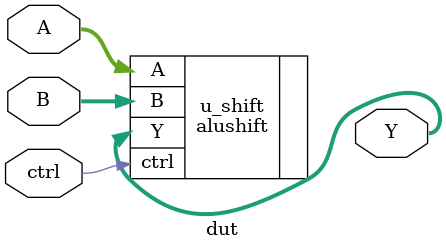
<source format=v>
`timescale 1ns/1ps

module dut (
  input  [31:0] A,
  input  [31:0] B,
  input  ctrl,
  output [31:0] Y
);

  alushift u_shift (
    .A(A),
    .B(B),
    .ctrl(ctrl),
    .Y(Y)
  );

endmodule

</source>
